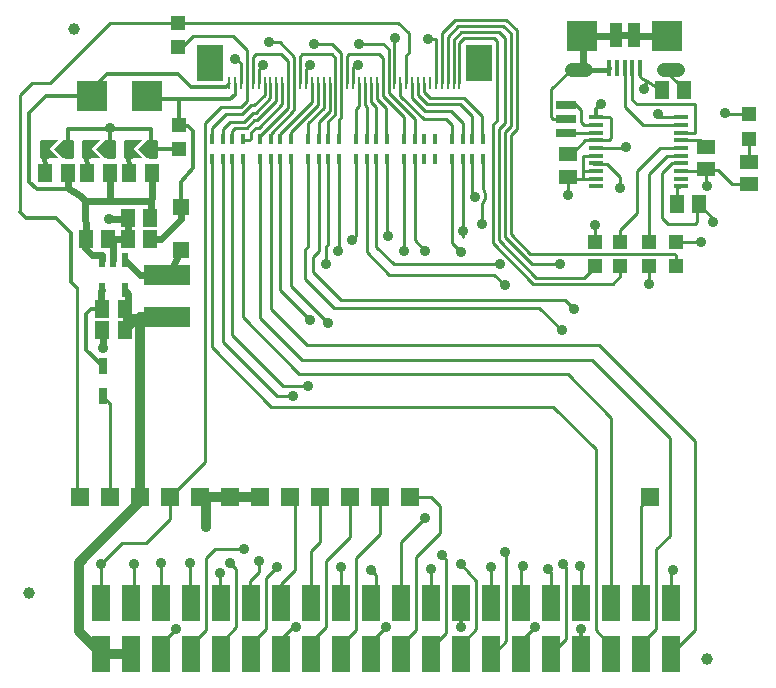
<source format=gbr>
G04 EAGLE Gerber RS-274X export*
G75*
%MOMM*%
%FSLAX34Y34*%
%LPD*%
%INTop Copper*%
%IPPOS*%
%AMOC8*
5,1,8,0,0,1.08239X$1,22.5*%
G01*
%ADD10R,0.250000X1.100000*%
%ADD11R,2.300000X3.100000*%
%ADD12R,0.550000X1.200000*%
%ADD13R,1.300000X1.500000*%
%ADD14R,4.000000X1.800000*%
%ADD15R,1.400000X1.400000*%
%ADD16R,2.540000X2.540000*%
%ADD17R,1.300000X1.200000*%
%ADD18C,0.381000*%
%ADD19C,1.000000*%
%ADD20R,1.524000X3.048000*%
%ADD21R,0.450000X0.900000*%
%ADD22R,0.800000X1.350000*%
%ADD23R,1.500000X1.300000*%
%ADD24R,1.270000X0.304800*%
%ADD25R,2.500000X2.500000*%
%ADD26C,1.208000*%
%ADD27R,0.400000X1.350000*%
%ADD28R,1.000000X2.000000*%
%ADD29R,1.200000X1.200000*%
%ADD30R,1.700000X0.700000*%
%ADD31R,1.500000X1.500000*%
%ADD32C,0.609600*%
%ADD33C,0.304800*%
%ADD34C,0.254000*%
%ADD35C,0.906400*%
%ADD36C,0.406400*%
%ADD37C,0.812800*%

G36*
X92725Y438155D02*
X92725Y438155D01*
X92741Y438153D01*
X92792Y438174D01*
X92845Y438190D01*
X92856Y438202D01*
X92870Y438208D01*
X92902Y438254D01*
X92939Y438295D01*
X92941Y438311D01*
X92950Y438324D01*
X92963Y438404D01*
X92963Y453136D01*
X92959Y453151D01*
X92961Y453167D01*
X92940Y453218D01*
X92924Y453271D01*
X92912Y453282D01*
X92906Y453296D01*
X92860Y453328D01*
X92819Y453365D01*
X92803Y453367D01*
X92790Y453376D01*
X92710Y453389D01*
X86995Y453389D01*
X86939Y453373D01*
X86882Y453363D01*
X86868Y453352D01*
X86860Y453350D01*
X86851Y453340D01*
X86816Y453315D01*
X79450Y445949D01*
X79442Y445935D01*
X79430Y445926D01*
X79409Y445874D01*
X79382Y445826D01*
X79383Y445810D01*
X79377Y445795D01*
X79387Y445741D01*
X79390Y445685D01*
X79400Y445672D01*
X79402Y445657D01*
X79450Y445591D01*
X86816Y438225D01*
X86867Y438197D01*
X86915Y438164D01*
X86932Y438161D01*
X86939Y438157D01*
X86952Y438158D01*
X86995Y438151D01*
X92710Y438151D01*
X92725Y438155D01*
G37*
G36*
X57165Y438155D02*
X57165Y438155D01*
X57181Y438153D01*
X57232Y438174D01*
X57285Y438190D01*
X57296Y438202D01*
X57310Y438208D01*
X57342Y438254D01*
X57379Y438295D01*
X57381Y438311D01*
X57390Y438324D01*
X57403Y438404D01*
X57403Y453136D01*
X57399Y453151D01*
X57401Y453167D01*
X57380Y453218D01*
X57364Y453271D01*
X57352Y453282D01*
X57346Y453296D01*
X57300Y453328D01*
X57259Y453365D01*
X57243Y453367D01*
X57230Y453376D01*
X57150Y453389D01*
X51435Y453389D01*
X51379Y453373D01*
X51322Y453363D01*
X51308Y453352D01*
X51300Y453350D01*
X51291Y453340D01*
X51256Y453315D01*
X43890Y445949D01*
X43882Y445935D01*
X43870Y445926D01*
X43849Y445874D01*
X43822Y445826D01*
X43823Y445810D01*
X43817Y445795D01*
X43827Y445741D01*
X43830Y445685D01*
X43840Y445672D01*
X43842Y445657D01*
X43890Y445591D01*
X51256Y438225D01*
X51307Y438197D01*
X51355Y438164D01*
X51372Y438161D01*
X51379Y438157D01*
X51392Y438158D01*
X51435Y438151D01*
X57150Y438151D01*
X57165Y438155D01*
G37*
G36*
X128285Y438155D02*
X128285Y438155D01*
X128301Y438153D01*
X128352Y438174D01*
X128405Y438190D01*
X128416Y438202D01*
X128430Y438208D01*
X128462Y438254D01*
X128499Y438295D01*
X128501Y438311D01*
X128510Y438324D01*
X128523Y438404D01*
X128523Y453136D01*
X128519Y453151D01*
X128521Y453167D01*
X128500Y453218D01*
X128484Y453271D01*
X128472Y453282D01*
X128466Y453296D01*
X128420Y453328D01*
X128379Y453365D01*
X128363Y453367D01*
X128350Y453376D01*
X128270Y453389D01*
X122555Y453389D01*
X122499Y453373D01*
X122442Y453363D01*
X122428Y453352D01*
X122420Y453350D01*
X122411Y453340D01*
X122376Y453315D01*
X115010Y445949D01*
X115002Y445935D01*
X114990Y445926D01*
X114969Y445874D01*
X114942Y445826D01*
X114943Y445810D01*
X114937Y445795D01*
X114947Y445741D01*
X114950Y445685D01*
X114960Y445672D01*
X114962Y445657D01*
X115010Y445591D01*
X122376Y438225D01*
X122427Y438197D01*
X122475Y438164D01*
X122492Y438161D01*
X122499Y438157D01*
X122512Y438158D01*
X122555Y438151D01*
X128270Y438151D01*
X128285Y438155D01*
G37*
G36*
X82590Y438162D02*
X82590Y438162D01*
X82631Y438164D01*
X82656Y438181D01*
X82685Y438190D01*
X82713Y438221D01*
X82747Y438244D01*
X82759Y438273D01*
X82779Y438295D01*
X82785Y438336D01*
X82802Y438374D01*
X82797Y438404D01*
X82801Y438435D01*
X82785Y438473D01*
X82779Y438513D01*
X82751Y438553D01*
X82746Y438564D01*
X82740Y438568D01*
X82732Y438580D01*
X75790Y445770D01*
X82732Y452960D01*
X82751Y452997D01*
X82779Y453027D01*
X82784Y453058D01*
X82798Y453085D01*
X82795Y453126D01*
X82801Y453167D01*
X82789Y453195D01*
X82787Y453225D01*
X82762Y453258D01*
X82746Y453296D01*
X82721Y453314D01*
X82703Y453338D01*
X82664Y453353D01*
X82630Y453376D01*
X82583Y453384D01*
X82571Y453388D01*
X82564Y453387D01*
X82550Y453389D01*
X69850Y453389D01*
X69835Y453385D01*
X69819Y453387D01*
X69768Y453366D01*
X69715Y453350D01*
X69704Y453338D01*
X69690Y453332D01*
X69658Y453286D01*
X69621Y453245D01*
X69619Y453229D01*
X69610Y453216D01*
X69597Y453136D01*
X69597Y438404D01*
X69601Y438389D01*
X69599Y438373D01*
X69620Y438322D01*
X69636Y438269D01*
X69648Y438258D01*
X69654Y438244D01*
X69700Y438212D01*
X69741Y438175D01*
X69757Y438173D01*
X69770Y438164D01*
X69850Y438151D01*
X82550Y438151D01*
X82590Y438162D01*
G37*
G36*
X47030Y438162D02*
X47030Y438162D01*
X47071Y438164D01*
X47096Y438181D01*
X47125Y438190D01*
X47153Y438221D01*
X47187Y438244D01*
X47199Y438273D01*
X47219Y438295D01*
X47225Y438336D01*
X47242Y438374D01*
X47237Y438404D01*
X47241Y438435D01*
X47225Y438473D01*
X47219Y438513D01*
X47191Y438553D01*
X47186Y438564D01*
X47180Y438568D01*
X47172Y438580D01*
X40230Y445770D01*
X47172Y452960D01*
X47191Y452997D01*
X47219Y453027D01*
X47224Y453058D01*
X47238Y453085D01*
X47235Y453126D01*
X47241Y453167D01*
X47229Y453195D01*
X47227Y453225D01*
X47202Y453258D01*
X47186Y453296D01*
X47161Y453314D01*
X47143Y453338D01*
X47104Y453353D01*
X47070Y453376D01*
X47023Y453384D01*
X47011Y453388D01*
X47004Y453387D01*
X46990Y453389D01*
X34290Y453389D01*
X34275Y453385D01*
X34259Y453387D01*
X34208Y453366D01*
X34155Y453350D01*
X34144Y453338D01*
X34130Y453332D01*
X34098Y453286D01*
X34061Y453245D01*
X34059Y453229D01*
X34050Y453216D01*
X34037Y453136D01*
X34037Y438404D01*
X34041Y438389D01*
X34039Y438373D01*
X34060Y438322D01*
X34076Y438269D01*
X34088Y438258D01*
X34094Y438244D01*
X34140Y438212D01*
X34181Y438175D01*
X34197Y438173D01*
X34210Y438164D01*
X34290Y438151D01*
X46990Y438151D01*
X47030Y438162D01*
G37*
G36*
X118150Y438162D02*
X118150Y438162D01*
X118191Y438164D01*
X118216Y438181D01*
X118245Y438190D01*
X118273Y438221D01*
X118307Y438244D01*
X118319Y438273D01*
X118339Y438295D01*
X118345Y438336D01*
X118362Y438374D01*
X118357Y438404D01*
X118361Y438435D01*
X118345Y438473D01*
X118339Y438513D01*
X118311Y438553D01*
X118306Y438564D01*
X118300Y438568D01*
X118292Y438580D01*
X111350Y445770D01*
X118292Y452960D01*
X118311Y452997D01*
X118339Y453027D01*
X118344Y453058D01*
X118358Y453085D01*
X118355Y453126D01*
X118361Y453167D01*
X118349Y453195D01*
X118347Y453225D01*
X118322Y453258D01*
X118306Y453296D01*
X118281Y453314D01*
X118263Y453338D01*
X118224Y453353D01*
X118190Y453376D01*
X118143Y453384D01*
X118131Y453388D01*
X118124Y453387D01*
X118110Y453389D01*
X105410Y453389D01*
X105395Y453385D01*
X105379Y453387D01*
X105328Y453366D01*
X105275Y453350D01*
X105264Y453338D01*
X105250Y453332D01*
X105218Y453286D01*
X105181Y453245D01*
X105179Y453229D01*
X105170Y453216D01*
X105157Y453136D01*
X105157Y438404D01*
X105161Y438389D01*
X105159Y438373D01*
X105180Y438322D01*
X105196Y438269D01*
X105208Y438258D01*
X105214Y438244D01*
X105260Y438212D01*
X105301Y438175D01*
X105317Y438173D01*
X105330Y438164D01*
X105410Y438151D01*
X118110Y438151D01*
X118150Y438162D01*
G37*
D10*
X192060Y501650D03*
X197060Y501650D03*
X202060Y501650D03*
X207060Y501650D03*
X212060Y501650D03*
X217060Y501650D03*
X222060Y501650D03*
X227060Y501650D03*
X232060Y501650D03*
X237060Y501650D03*
X242060Y501650D03*
X247060Y501650D03*
X252060Y501650D03*
X257060Y501650D03*
X262060Y501650D03*
X267060Y501650D03*
X272060Y501650D03*
X277060Y501650D03*
X282060Y501650D03*
X287060Y501650D03*
X292060Y501650D03*
X297060Y501650D03*
X302060Y501650D03*
X307060Y501650D03*
X312060Y501650D03*
X317060Y501650D03*
X322060Y501650D03*
X327060Y501650D03*
X332060Y501650D03*
X337060Y501650D03*
X342060Y501650D03*
X347060Y501650D03*
X352060Y501650D03*
X357060Y501650D03*
X362060Y501650D03*
X367060Y501650D03*
X372060Y501650D03*
X377060Y501650D03*
X382060Y501650D03*
X387060Y501650D03*
D11*
X403560Y518650D03*
X175560Y518650D03*
D12*
X103480Y352091D03*
X93980Y352091D03*
X84480Y352091D03*
X84480Y326089D03*
X103480Y326089D03*
D13*
X103480Y292100D03*
X84480Y292100D03*
D14*
X139700Y303310D03*
X139700Y339310D03*
D15*
X151130Y396960D03*
X151130Y359960D03*
D13*
X106070Y387350D03*
X125070Y387350D03*
X125070Y369570D03*
X106070Y369570D03*
X70510Y369570D03*
X89510Y369570D03*
X84480Y309880D03*
X103480Y309880D03*
D16*
X122555Y490220D03*
X75565Y490220D03*
D17*
X149860Y466090D03*
X149860Y445770D03*
D13*
X107340Y425450D03*
X126340Y425450D03*
D18*
X125095Y451485D02*
X128905Y451485D01*
X128905Y440055D01*
X125095Y440055D01*
X125095Y451485D01*
X125095Y443674D02*
X128905Y443674D01*
X128905Y447293D02*
X125095Y447293D01*
X125095Y450912D02*
X128905Y450912D01*
X108585Y451485D02*
X104775Y451485D01*
X108585Y451485D02*
X108585Y440055D01*
X104775Y440055D01*
X104775Y451485D01*
X104775Y443674D02*
X108585Y443674D01*
X108585Y447293D02*
X104775Y447293D01*
X104775Y450912D02*
X108585Y450912D01*
D19*
X596900Y13970D03*
X22860Y69850D03*
X60960Y547370D03*
D13*
X36220Y425450D03*
X55220Y425450D03*
D18*
X53975Y451485D02*
X57785Y451485D01*
X57785Y440055D01*
X53975Y440055D01*
X53975Y451485D01*
X53975Y443674D02*
X57785Y443674D01*
X57785Y447293D02*
X53975Y447293D01*
X53975Y450912D02*
X57785Y450912D01*
X37465Y451485D02*
X33655Y451485D01*
X37465Y451485D02*
X37465Y440055D01*
X33655Y440055D01*
X33655Y451485D01*
X33655Y443674D02*
X37465Y443674D01*
X37465Y447293D02*
X33655Y447293D01*
X33655Y450912D02*
X37465Y450912D01*
D13*
X71780Y425450D03*
X90780Y425450D03*
D18*
X89535Y451485D02*
X93345Y451485D01*
X93345Y440055D01*
X89535Y440055D01*
X89535Y451485D01*
X89535Y443674D02*
X93345Y443674D01*
X93345Y447293D02*
X89535Y447293D01*
X89535Y450912D02*
X93345Y450912D01*
X73025Y451485D02*
X69215Y451485D01*
X73025Y451485D02*
X73025Y440055D01*
X69215Y440055D01*
X69215Y451485D01*
X69215Y443674D02*
X73025Y443674D01*
X73025Y447293D02*
X69215Y447293D01*
X69215Y450912D02*
X73025Y450912D01*
D20*
X83950Y61660D03*
X83950Y18480D03*
X109350Y61660D03*
X109350Y18480D03*
X134750Y18480D03*
X134750Y61660D03*
X160150Y18480D03*
X160150Y61660D03*
X185550Y18480D03*
X185550Y61660D03*
X210950Y18480D03*
X210950Y61660D03*
X236350Y18480D03*
X236350Y61660D03*
X261750Y18480D03*
X261750Y61660D03*
X287150Y18480D03*
X287150Y61660D03*
X312550Y18480D03*
X312550Y61660D03*
X337950Y18480D03*
X337950Y61660D03*
X363350Y18480D03*
X363350Y61660D03*
X388750Y18480D03*
X388750Y61660D03*
X414150Y18480D03*
X414150Y61660D03*
X439550Y18480D03*
X439550Y61660D03*
X464950Y18480D03*
X464950Y61660D03*
X490350Y18480D03*
X490350Y61660D03*
X515750Y18480D03*
X515750Y61660D03*
X541150Y18480D03*
X541150Y61660D03*
X566550Y18480D03*
X566550Y61660D03*
D17*
X148590Y552450D03*
X148590Y532130D03*
D21*
X203500Y437270D03*
X203500Y454270D03*
X194500Y437270D03*
X186500Y437270D03*
X177500Y437270D03*
X177500Y454270D03*
X194500Y454270D03*
X186500Y454270D03*
X218140Y454270D03*
X218140Y437270D03*
X227140Y454270D03*
X235140Y454270D03*
X244140Y454270D03*
X244140Y437270D03*
X227140Y437270D03*
X235140Y437270D03*
X258780Y454270D03*
X258780Y437270D03*
X267780Y454270D03*
X275780Y454270D03*
X284780Y454270D03*
X284780Y437270D03*
X267780Y437270D03*
X275780Y437270D03*
X299420Y454270D03*
X299420Y437270D03*
X308420Y454270D03*
X316420Y454270D03*
X325420Y454270D03*
X325420Y437270D03*
X308420Y437270D03*
X316420Y437270D03*
X340060Y454270D03*
X340060Y437270D03*
X349060Y454270D03*
X357060Y454270D03*
X366060Y454270D03*
X366060Y437270D03*
X349060Y437270D03*
X357060Y437270D03*
X380700Y454270D03*
X380700Y437270D03*
X389700Y454270D03*
X397700Y454270D03*
X406700Y454270D03*
X406700Y437270D03*
X389700Y437270D03*
X397700Y437270D03*
D22*
X85090Y236220D03*
X85090Y261620D03*
D23*
X478790Y441300D03*
X478790Y422300D03*
D13*
X558190Y495300D03*
X577190Y495300D03*
D24*
X502302Y472480D03*
X502302Y465980D03*
X502302Y459480D03*
X502302Y452980D03*
X502302Y446480D03*
X502302Y439980D03*
X502302Y433480D03*
X502302Y426980D03*
X502302Y420480D03*
X502302Y413980D03*
X574658Y413980D03*
X574658Y420480D03*
X574658Y426980D03*
X574658Y433480D03*
X574658Y439980D03*
X574658Y446480D03*
X574658Y452980D03*
X574658Y459480D03*
X574658Y465980D03*
X574658Y472480D03*
D25*
X491050Y540970D03*
X563050Y540970D03*
D26*
X560050Y512970D02*
X572130Y512970D01*
X494050Y512970D02*
X481970Y512970D01*
D27*
X540050Y514220D03*
X533550Y514220D03*
X527050Y514220D03*
X520550Y514220D03*
X514050Y514220D03*
D28*
X534550Y541970D03*
X519550Y541970D03*
D29*
X632460Y454320D03*
X632460Y475320D03*
D23*
X632460Y415950D03*
X632460Y434950D03*
X595630Y447650D03*
X595630Y428650D03*
D13*
X570890Y398780D03*
X589890Y398780D03*
D30*
X477520Y483170D03*
X477520Y471170D03*
X477520Y459170D03*
D17*
X570230Y367030D03*
X570230Y346710D03*
X547370Y367030D03*
X547370Y346710D03*
X501650Y367030D03*
X501650Y346710D03*
X523240Y367030D03*
X523240Y346710D03*
D31*
X243840Y151130D03*
X269240Y151130D03*
X294640Y151130D03*
X320040Y151130D03*
X66040Y151130D03*
X91440Y151130D03*
X116840Y151130D03*
X142240Y151130D03*
X167640Y151130D03*
X218440Y151130D03*
X193040Y151130D03*
X345440Y151130D03*
X548640Y151130D03*
D32*
X84480Y352091D02*
X84781Y355600D01*
X76200Y355600D01*
X69850Y361950D01*
X70510Y369570D01*
X125070Y387350D02*
X125730Y401320D01*
X127000Y405130D01*
X126340Y425450D01*
X125730Y401320D02*
X91440Y401320D01*
X71120Y401320D01*
X64770Y406400D01*
X55880Y412750D01*
X55220Y425450D01*
X90780Y425450D02*
X91440Y401320D01*
X71120Y401320D02*
X69850Y400050D01*
X70510Y369570D01*
D33*
X160020Y497840D02*
X188250Y497840D01*
X160020Y497840D02*
X148590Y509270D01*
X88900Y509270D01*
X76200Y496570D01*
X76200Y490855D01*
X75565Y490220D01*
X36830Y490220D01*
X22860Y476250D01*
X22860Y417830D01*
X29210Y411480D01*
X53340Y411480D01*
X55880Y412750D01*
D34*
X188250Y497840D02*
X192060Y501650D01*
X332060Y501650D02*
X332060Y539160D01*
X332740Y539750D01*
D35*
X332740Y539750D03*
D34*
X236350Y30610D02*
X236350Y18480D01*
X236350Y30610D02*
X246380Y40640D01*
X248920Y40640D01*
X311150Y30480D02*
X311150Y19880D01*
X312550Y18480D01*
X185550Y61660D02*
X184150Y63060D01*
X184150Y86360D01*
D35*
X184150Y86360D03*
X147320Y39370D03*
D34*
X134750Y26800D01*
X134750Y18480D01*
D35*
X248920Y40640D03*
D34*
X439550Y29340D02*
X439550Y18480D01*
X439550Y29340D02*
X450850Y40640D01*
D35*
X450850Y40640D03*
D34*
X566550Y61660D02*
X566550Y87760D01*
X567690Y88900D01*
D35*
X567690Y88900D03*
D34*
X367060Y501650D02*
X367060Y538480D01*
X360680Y538480D01*
D35*
X360680Y538480D03*
D34*
X202060Y518290D02*
X202060Y501650D01*
X202060Y518290D02*
X196850Y521970D01*
D35*
X196850Y521970D03*
D32*
X93980Y369570D02*
X89510Y369570D01*
X93980Y369570D02*
X93980Y352091D01*
X93980Y369570D02*
X106070Y369570D01*
X106070Y387350D01*
X104140Y386080D01*
X90170Y386080D01*
D35*
X90170Y386080D03*
D32*
X85090Y294640D02*
X84480Y292100D01*
X85090Y294640D02*
X85090Y276860D01*
D35*
X85090Y276860D03*
D33*
X91440Y445770D02*
X91440Y462280D01*
X125730Y462280D01*
X125730Y445770D01*
X127000Y445770D01*
X55880Y445770D02*
X55880Y462280D01*
X91440Y462280D01*
X127000Y445770D02*
X149860Y445770D01*
D35*
X91440Y463550D03*
D33*
X91440Y462280D01*
D35*
X490220Y39370D03*
X388620Y40640D03*
D33*
X388750Y42040D02*
X388750Y61660D01*
X388750Y42040D02*
X388620Y40640D01*
X490220Y39370D02*
X490220Y18610D01*
X490350Y18480D01*
D34*
X574658Y426980D02*
X593960Y426980D01*
X595630Y428650D01*
X595630Y417830D01*
X596900Y414020D01*
D35*
X596900Y414020D03*
D34*
X617830Y415950D02*
X632460Y415950D01*
X617830Y415950D02*
X605790Y427990D01*
X596290Y427990D01*
X595630Y428650D01*
X574658Y472480D02*
X557490Y472480D01*
X554990Y474980D01*
D35*
X554990Y474980D03*
D34*
X477520Y471170D02*
X466090Y471170D01*
X464820Y472440D01*
X464820Y496570D01*
X481220Y512970D01*
X494050Y512970D01*
X570840Y502180D02*
X577190Y495300D01*
X570840Y502180D02*
X560050Y512970D01*
X502302Y439980D02*
X492050Y439980D01*
X491490Y439420D01*
X491490Y427990D01*
X492760Y426720D01*
X502042Y426720D01*
X502302Y426980D01*
X502302Y420480D02*
X491490Y420480D01*
X480610Y420480D01*
X478790Y422300D01*
X491490Y426980D02*
X502302Y426980D01*
X491490Y426980D02*
X491490Y420480D01*
X478790Y422300D02*
X478790Y406400D01*
D35*
X478790Y406400D03*
D32*
X519550Y541970D02*
X534550Y541970D01*
X494050Y512970D02*
X491490Y515530D01*
X491490Y541020D01*
X534550Y541970D02*
X535550Y540970D01*
X563050Y540970D01*
X519550Y541970D02*
X518600Y541020D01*
X491490Y541020D01*
X490220Y541020D01*
D36*
X514050Y514220D02*
X512800Y512970D01*
X494050Y512970D01*
D35*
X325120Y40640D03*
D34*
X314960Y30480D02*
X311150Y30480D01*
X314960Y30480D02*
X325120Y40640D01*
D37*
X172720Y151130D02*
X167640Y151130D01*
X172720Y151130D02*
X193040Y151130D01*
X218440Y151130D01*
X172720Y151130D02*
X172720Y125730D01*
D35*
X172720Y125730D03*
D34*
X177500Y278430D02*
X177500Y437270D01*
X177500Y278430D02*
X227330Y227330D01*
X466090Y227330D01*
X502920Y191770D01*
X502920Y38100D01*
X515750Y25270D01*
X515750Y18480D01*
X186500Y282130D02*
X186500Y437270D01*
X217170Y87630D02*
X209550Y80010D01*
X209550Y63060D01*
X210950Y61660D01*
X232410Y236220D02*
X186500Y282130D01*
X232410Y236220D02*
X246380Y236220D01*
D35*
X246380Y236220D03*
X217170Y96520D03*
D34*
X217170Y87630D01*
X194500Y288100D02*
X194500Y437270D01*
X223520Y39370D02*
X210950Y26800D01*
X210950Y18480D01*
X237490Y245110D02*
X194500Y288100D01*
X237490Y245110D02*
X259080Y245110D01*
D35*
X259080Y245110D03*
X232410Y91440D03*
D34*
X223520Y82550D01*
X223520Y39370D01*
X203500Y303230D02*
X203500Y437270D01*
X203500Y303230D02*
X251460Y255270D01*
X478790Y255270D01*
X515750Y218310D01*
X515750Y61660D01*
X218140Y302560D02*
X218140Y437270D01*
X218140Y302560D02*
X254000Y266700D01*
X499110Y266700D01*
X553720Y106680D02*
X553720Y39370D01*
X541150Y26800D01*
X541150Y18480D01*
X565150Y200660D02*
X499110Y266700D01*
X565150Y200660D02*
X565150Y118110D01*
X553720Y106680D01*
X227140Y310070D02*
X227140Y437270D01*
X227140Y310070D02*
X257810Y279400D01*
X505460Y279400D01*
X586740Y38670D02*
X566550Y18480D01*
X586740Y198120D02*
X505460Y279400D01*
X586740Y198120D02*
X586740Y38670D01*
X235140Y326200D02*
X235140Y437270D01*
X235140Y326200D02*
X260350Y300990D01*
D35*
X260350Y300990D03*
X312420Y88900D03*
D34*
X316230Y85090D01*
X316230Y55880D01*
X312550Y59560D01*
X312550Y61660D01*
X244140Y329900D02*
X244140Y437270D01*
X244140Y329900D02*
X275590Y298450D01*
D35*
X275590Y298450D03*
X363220Y90170D03*
D34*
X363220Y61790D01*
X363350Y61660D01*
X258780Y362920D02*
X258780Y437270D01*
X258780Y362920D02*
X256540Y360680D01*
X256540Y335280D01*
X280670Y311150D01*
X454660Y311150D01*
X473710Y292100D01*
D35*
X473710Y292100D03*
X474980Y93980D03*
D34*
X477520Y91440D01*
X477520Y31050D01*
X464950Y18480D01*
X267780Y359220D02*
X267780Y437270D01*
X267780Y359220D02*
X262890Y354330D01*
X262890Y341630D01*
X287020Y317500D01*
X476250Y317500D01*
D35*
X488950Y92710D03*
D34*
X490350Y91310D01*
X490350Y61660D01*
X483870Y309880D02*
X476250Y317500D01*
D35*
X483870Y309880D03*
D34*
X275780Y364680D02*
X275780Y437270D01*
X275780Y364680D02*
X274320Y363220D01*
X274320Y347980D01*
D35*
X274320Y347980D03*
X204470Y106680D03*
D34*
X180340Y106680D01*
X172720Y99060D01*
X172720Y38100D01*
X160150Y25530D01*
X160150Y18480D01*
X284780Y359710D02*
X284780Y437270D01*
X284780Y359710D02*
X284480Y359410D01*
D35*
X284480Y359410D03*
X193040Y95250D03*
D34*
X198120Y90170D01*
X198120Y40640D01*
X184150Y26670D01*
X184150Y13970D01*
X185550Y15370D01*
X185550Y18480D01*
X299420Y371810D02*
X299420Y437270D01*
X299420Y371810D02*
X295910Y368300D01*
D35*
X295910Y368300D03*
X158750Y95250D03*
D34*
X158750Y63060D01*
X160150Y61660D01*
X308420Y358330D02*
X308420Y437270D01*
X308420Y358330D02*
X327660Y339090D01*
X416560Y339090D01*
X425450Y330200D01*
D35*
X425450Y330200D03*
X440690Y92710D03*
D34*
X439550Y91570D01*
X439550Y61660D01*
X316420Y363030D02*
X316420Y437270D01*
X316420Y363030D02*
X331470Y347980D01*
X421640Y347980D01*
D35*
X421640Y347980D03*
X462280Y90170D03*
D34*
X464950Y87500D01*
X464950Y61660D01*
X325420Y373080D02*
X325420Y437270D01*
X325420Y373080D02*
X326390Y372110D01*
D35*
X326390Y372110D03*
X388620Y93980D03*
D34*
X401320Y80010D01*
X401320Y39370D01*
X388620Y25400D01*
X388620Y18610D01*
X388750Y18480D01*
X340060Y359710D02*
X340060Y437270D01*
X340060Y359710D02*
X340360Y359410D01*
D35*
X340360Y359410D03*
X372110Y101600D03*
D34*
X375920Y97790D01*
X375920Y35560D01*
X363350Y22990D01*
X363350Y18480D01*
X349060Y368490D02*
X349060Y437270D01*
X349060Y368490D02*
X358140Y359410D01*
D35*
X358140Y359410D03*
X358140Y133350D03*
D34*
X337950Y113160D01*
X337950Y61660D01*
X342060Y501650D02*
X342060Y524940D01*
X344170Y527050D01*
X335280Y552450D02*
X148590Y552450D01*
X335280Y552450D02*
X344170Y543560D01*
X344170Y527050D01*
X148590Y552450D02*
X91440Y552450D01*
X40640Y501650D01*
X25400Y501650D01*
X15240Y491490D01*
X15240Y392430D01*
D33*
X20320Y387350D01*
X45720Y387350D01*
X58420Y374650D01*
X58420Y332740D01*
X63500Y327660D01*
D34*
X63500Y153670D01*
X66040Y151130D01*
X406700Y412450D02*
X406700Y437270D01*
X406700Y412450D02*
X408940Y407670D01*
X408940Y403860D01*
X406400Y398780D01*
X406400Y382270D01*
D35*
X406400Y382270D03*
X425450Y104140D03*
D34*
X426720Y102870D01*
X426720Y29210D01*
X415990Y18480D01*
X414150Y18480D01*
X570230Y346710D02*
X570230Y355600D01*
X568960Y356870D01*
X447040Y356870D01*
X372060Y501650D02*
X372060Y543510D01*
X383540Y554990D01*
X426720Y554990D01*
X435610Y546100D01*
X435610Y462280D01*
X430530Y457200D01*
X430530Y373380D01*
X447040Y356870D01*
X377060Y501650D02*
X377060Y540890D01*
X386080Y549910D01*
X424180Y549910D01*
X430530Y543560D01*
X430530Y464820D01*
X425450Y459740D01*
X425450Y370840D01*
X448310Y347980D01*
X472440Y347980D01*
D35*
X472440Y347980D03*
X547370Y331470D03*
D34*
X547370Y346710D01*
X382060Y501650D02*
X382060Y538270D01*
X388620Y544830D01*
X420370Y544830D01*
X425450Y539750D01*
X425450Y467360D01*
X420370Y462280D01*
X420370Y368300D01*
X452120Y336550D01*
X492760Y336550D01*
X502920Y346710D01*
X501650Y346710D01*
X387060Y501650D02*
X387060Y535650D01*
X391160Y539750D01*
X416560Y539750D01*
X419100Y537210D01*
X415290Y365760D02*
X449580Y331470D01*
X419100Y469900D02*
X419100Y537210D01*
X419100Y469900D02*
X415290Y466090D01*
X415290Y365760D01*
X449580Y331470D02*
X516890Y331470D01*
X523240Y337820D01*
X523240Y346710D01*
X389700Y371030D02*
X389700Y437270D01*
X389890Y375920D02*
X389700Y371030D01*
D35*
X389890Y375920D03*
X134620Y95250D03*
D34*
X134620Y61790D01*
X134750Y61660D01*
X397700Y407480D02*
X397700Y437270D01*
X397700Y407480D02*
X400050Y405130D01*
D35*
X400050Y405130D03*
X111760Y93980D03*
D34*
X111760Y64070D01*
X109350Y61660D01*
D32*
X139700Y339310D02*
X142240Y341850D01*
X151130Y359960D01*
X116261Y339310D02*
X103480Y352091D01*
X116261Y339310D02*
X139700Y339310D01*
X134620Y369570D02*
X125070Y369570D01*
X134620Y369570D02*
X151130Y386080D01*
X151130Y396960D01*
D33*
X193040Y487680D02*
X197060Y491700D01*
X193040Y487680D02*
X151130Y487680D01*
X125095Y487680D01*
X122555Y490220D01*
X149860Y486410D02*
X149860Y466090D01*
X149860Y486410D02*
X151130Y487680D01*
X151130Y417830D02*
X151130Y396960D01*
X151130Y417830D02*
X161290Y429260D01*
X161290Y461010D01*
X157480Y464820D01*
X151130Y464820D01*
X149860Y466090D01*
D34*
X197060Y491700D02*
X197060Y501650D01*
D32*
X84480Y326089D02*
X83820Y325429D01*
X84480Y309880D01*
D33*
X74930Y309880D01*
X71120Y306070D01*
X71120Y275590D01*
X85090Y261620D01*
D36*
X107340Y425450D02*
X106680Y445770D01*
X35560Y445770D02*
X36220Y425450D01*
X71780Y425450D02*
X71120Y445770D01*
D34*
X380700Y437270D02*
X380700Y366060D01*
X388620Y358140D01*
D35*
X388620Y358140D03*
X414020Y91440D03*
D34*
X414020Y61790D01*
X414150Y61660D01*
X83950Y61660D02*
X83950Y93980D01*
X207060Y486460D02*
X207060Y501650D01*
X207060Y486460D02*
X201930Y481330D01*
X185420Y481330D01*
X171450Y467360D01*
X207060Y501650D02*
X207060Y529540D01*
X195580Y541020D01*
X161290Y541020D01*
X153670Y533400D01*
X149860Y533400D01*
X148590Y532130D01*
X287150Y91310D02*
X287150Y61660D01*
X287150Y91310D02*
X287020Y91440D01*
D35*
X287020Y91440D03*
X83950Y93980D03*
D34*
X171450Y180340D02*
X171450Y467360D01*
X171450Y180340D02*
X142240Y151130D01*
X142240Y132080D01*
X121920Y111760D01*
X101730Y111760D01*
X83950Y93980D01*
D37*
X83950Y18480D02*
X109350Y18480D01*
D32*
X103480Y292100D02*
X106680Y322889D01*
X109000Y303310D02*
X103480Y292100D01*
X109000Y303310D02*
X139700Y303310D01*
D37*
X64770Y37660D02*
X83950Y18480D01*
X64770Y37660D02*
X64770Y95250D01*
X103480Y292100D02*
X109220Y298450D01*
D32*
X106680Y322889D02*
X103480Y326089D01*
X104140Y308170D02*
X109000Y303310D01*
X104140Y308170D02*
X103480Y309880D01*
D37*
X116840Y147320D02*
X64770Y95250D01*
X116840Y147320D02*
X116840Y151130D01*
X116840Y303310D01*
X139700Y303310D01*
D34*
X261750Y28070D02*
X261750Y18480D01*
X261750Y28070D02*
X274320Y40640D01*
X274320Y96520D01*
X294640Y116840D01*
X294640Y151130D01*
X287150Y25530D02*
X287150Y18480D01*
X287150Y25530D02*
X299720Y38100D01*
X299720Y99060D01*
X320040Y119380D01*
X320040Y151130D01*
X236350Y77600D02*
X236350Y61660D01*
X236350Y77600D02*
X247650Y88900D01*
X247650Y147320D01*
X243840Y151130D01*
X261750Y105540D02*
X261750Y61660D01*
X261750Y105540D02*
X269240Y113030D01*
X269240Y151130D01*
X227140Y454270D02*
X227140Y458280D01*
X246380Y477520D01*
X247060Y479380D01*
X247060Y501650D01*
X217060Y501650D02*
X217060Y512970D01*
X220980Y516890D01*
D35*
X220980Y516890D03*
X226060Y535940D03*
D34*
X234950Y535940D01*
X247060Y523830D01*
X247060Y501650D01*
X218140Y456900D02*
X218140Y454270D01*
X218140Y456900D02*
X242060Y480820D01*
X242060Y501650D01*
X212060Y501650D02*
X212060Y523210D01*
X214630Y525780D01*
X236220Y525780D01*
X242060Y519940D01*
X242060Y501650D01*
X237060Y501650D02*
X237060Y483440D01*
X217170Y463550D01*
X214630Y463550D01*
X210820Y459740D01*
X210820Y454660D01*
X209550Y453390D01*
X204380Y453390D01*
X203500Y454270D01*
X232060Y486060D02*
X232060Y501650D01*
X232060Y486060D02*
X215900Y469900D01*
X213360Y469900D01*
X207010Y463550D01*
X196850Y463550D01*
X194310Y461010D01*
X194310Y454460D01*
X194500Y454270D01*
X227060Y488680D02*
X227060Y501650D01*
X227060Y488680D02*
X214630Y476250D01*
X212090Y476250D01*
X204470Y468630D01*
X193040Y468630D01*
X186690Y462280D01*
X186690Y454460D01*
X186500Y454270D01*
X222060Y491300D02*
X222060Y501650D01*
X222060Y491300D02*
X213360Y482600D01*
X210820Y482600D01*
X203200Y474980D01*
X189230Y474980D01*
X177800Y463550D01*
X177800Y454570D01*
X177500Y454270D01*
X262060Y485580D02*
X262060Y501650D01*
X262060Y485580D02*
X235140Y458660D01*
X235140Y454270D01*
X267060Y482960D02*
X267060Y501650D01*
X267060Y482960D02*
X244140Y460040D01*
X244140Y454270D01*
X272060Y480340D02*
X272060Y501650D01*
X272060Y480340D02*
X259080Y467360D01*
X259080Y454570D01*
X258780Y454270D01*
X277060Y477720D02*
X277060Y501650D01*
X277060Y477720D02*
X267780Y468440D01*
X267780Y454270D01*
X282060Y475100D02*
X282060Y501650D01*
X282060Y475100D02*
X275780Y468820D01*
X275780Y454270D01*
X252060Y501650D02*
X252060Y523840D01*
X254000Y525780D01*
X279400Y525780D01*
X282060Y523120D01*
X282060Y501650D01*
X287060Y501650D02*
X287060Y472480D01*
X284780Y470200D01*
X284780Y454270D01*
X257060Y501650D02*
X257060Y513600D01*
X260350Y516890D01*
D35*
X260350Y516890D03*
X264160Y534670D03*
D34*
X279400Y534670D01*
X287060Y527010D01*
X287060Y501650D01*
X302060Y501650D02*
X302060Y482400D01*
X299420Y479760D01*
X299420Y454270D01*
X307060Y482880D02*
X307060Y501650D01*
X307060Y482880D02*
X308610Y481330D01*
X308610Y454460D01*
X308420Y454270D01*
X312060Y485500D02*
X312060Y501650D01*
X312060Y485500D02*
X316230Y481330D01*
X316230Y454460D01*
X316420Y454270D01*
X317060Y488120D02*
X317060Y501650D01*
X317060Y488120D02*
X325120Y480060D01*
X325120Y454570D01*
X325420Y454270D01*
X322060Y490740D02*
X322060Y501650D01*
X322060Y490740D02*
X340360Y472440D01*
X340360Y454570D01*
X340060Y454270D01*
X292060Y501650D02*
X292060Y524470D01*
X293370Y525780D01*
X318770Y525780D01*
X322060Y522490D01*
X322060Y501650D01*
X327060Y501650D02*
X327060Y493360D01*
X349250Y471170D01*
X349250Y454460D01*
X349060Y454270D01*
X297060Y501650D02*
X297060Y515500D01*
X300990Y516890D01*
D35*
X300990Y516890D03*
X302260Y534670D03*
D34*
X322580Y534670D01*
X327060Y530190D01*
X327060Y501650D01*
X337060Y501650D02*
X337060Y490980D01*
X356870Y471170D01*
X375920Y471170D01*
X381000Y466090D01*
X381000Y454570D01*
X380700Y454270D01*
X347060Y488600D02*
X347060Y501650D01*
X347060Y488600D02*
X358140Y477520D01*
X379730Y477520D01*
X389890Y467360D01*
X389890Y454460D01*
X389700Y454270D01*
X352060Y491220D02*
X352060Y501650D01*
X352060Y491220D02*
X359410Y483870D01*
X387350Y483870D01*
X397510Y473710D01*
X397510Y454460D01*
X397700Y454270D01*
X357060Y493840D02*
X357060Y501650D01*
X357060Y493840D02*
X361950Y488950D01*
X391160Y488950D01*
X406400Y473710D01*
X406400Y454570D01*
X406700Y454270D01*
X91440Y229870D02*
X91440Y151130D01*
X91440Y229870D02*
X85090Y236220D01*
X547370Y424180D02*
X562610Y439420D01*
X571558Y439420D01*
X574658Y439980D01*
X547370Y424180D02*
X547370Y367030D01*
X556970Y446480D02*
X574658Y446480D01*
X556970Y446480D02*
X537210Y426720D01*
X537210Y391160D01*
X523240Y377190D01*
X523240Y367030D01*
X511810Y433070D02*
X500172Y433070D01*
X502302Y433480D01*
X511810Y433070D02*
X523240Y421640D01*
X523240Y412750D01*
D35*
X523240Y412750D03*
X591820Y367030D03*
D34*
X570230Y367030D01*
X501650Y367030D02*
X501650Y381000D01*
D35*
X501650Y381000D03*
X601980Y383540D03*
D34*
X601980Y386690D01*
X589890Y398780D01*
X574658Y433480D02*
X566830Y433480D01*
X558800Y425450D01*
X558800Y387350D01*
X563880Y382270D01*
X586740Y382270D01*
X588010Y383540D01*
X588010Y396900D01*
X589890Y398780D01*
X527050Y481330D02*
X527050Y514220D01*
X527050Y481330D02*
X542290Y466090D01*
X572008Y466090D01*
X574658Y465980D01*
X533550Y487530D02*
X533550Y514220D01*
X533550Y487530D02*
X537210Y483870D01*
X586740Y483870D01*
X586740Y464820D01*
X586480Y459480D01*
X574658Y459480D01*
X613070Y475320D02*
X632460Y475320D01*
X613070Y475320D02*
X612140Y476250D01*
D35*
X612140Y476250D03*
X528320Y447040D03*
D34*
X527760Y446480D01*
X502302Y446480D01*
X632460Y454320D02*
X632460Y434950D01*
X590300Y452980D02*
X574658Y452980D01*
X590300Y452980D02*
X595630Y447650D01*
X570890Y412752D02*
X570890Y398780D01*
X570890Y412752D02*
X574658Y413980D01*
X499452Y459170D02*
X477520Y459170D01*
X499452Y459170D02*
X502302Y459480D01*
X502302Y465980D02*
X492870Y465980D01*
X490220Y468630D01*
X490220Y478790D01*
X485140Y483870D01*
X475680Y483870D01*
X477520Y483170D01*
X540050Y507090D02*
X540050Y514220D01*
X540050Y507090D02*
X546870Y502657D01*
X558190Y495300D01*
X502302Y452980D02*
X493620Y452980D01*
X481940Y441300D01*
X478790Y441300D01*
X502302Y452980D02*
X513940Y452980D01*
X515620Y454660D01*
X515620Y471170D01*
X514350Y472440D01*
X502342Y472440D01*
X502302Y472480D01*
D33*
X543560Y499348D02*
X546870Y502657D01*
X543560Y499348D02*
X543560Y496570D01*
D35*
X543560Y496570D03*
X506730Y483870D03*
D33*
X502302Y479442D01*
X502302Y472480D01*
D34*
X337950Y25530D02*
X337950Y18480D01*
X337950Y25530D02*
X350520Y38100D01*
X350520Y100330D01*
X370840Y120650D01*
X370840Y143510D01*
X363220Y151130D01*
X345440Y151130D01*
X541150Y143640D02*
X541150Y61660D01*
X541150Y143640D02*
X548640Y151130D01*
M02*

</source>
